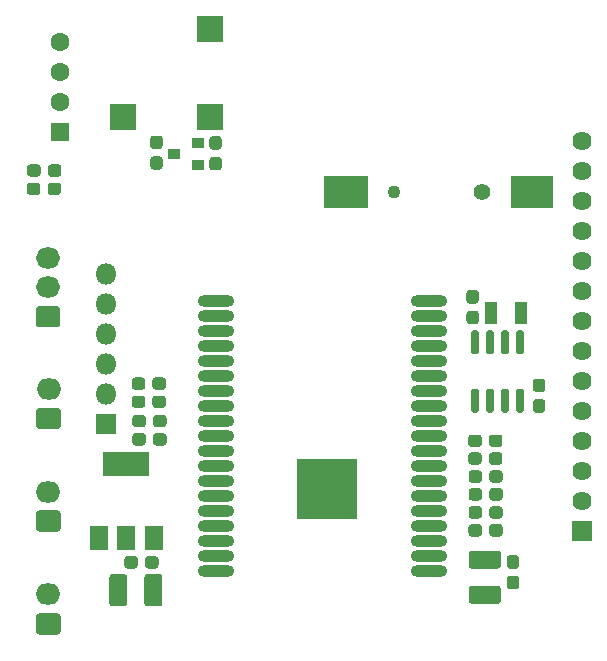
<source format=gbr>
%TF.GenerationSoftware,KiCad,Pcbnew,5.1.6-c6e7f7d~87~ubuntu20.04.1*%
%TF.CreationDate,2021-01-31T19:29:29+07:00*%
%TF.ProjectId,kh-gift-hw,6b682d67-6966-4742-9d68-772e6b696361,rev?*%
%TF.SameCoordinates,Original*%
%TF.FileFunction,Soldermask,Top*%
%TF.FilePolarity,Negative*%
%FSLAX46Y46*%
G04 Gerber Fmt 4.6, Leading zero omitted, Abs format (unit mm)*
G04 Created by KiCad (PCBNEW 5.1.6-c6e7f7d~87~ubuntu20.04.1) date 2021-01-31 19:29:29*
%MOMM*%
%LPD*%
G01*
G04 APERTURE LIST*
%ADD10C,1.624000*%
%ADD11R,1.800000X1.800000*%
%ADD12R,1.100000X1.900000*%
%ADD13C,1.600000*%
%ADD14R,1.600000X1.600000*%
%ADD15R,1.600000X2.100000*%
%ADD16R,3.900000X2.100000*%
%ADD17C,0.900000*%
%ADD18R,5.100000X5.100000*%
%ADD19O,3.100000X1.000000*%
%ADD20O,2.100000X1.800000*%
%ADD21R,1.000000X0.900000*%
%ADD22O,2.050000X1.800000*%
%ADD23O,1.800000X1.800000*%
%ADD24R,2.295000X2.295000*%
%ADD25C,1.400000*%
%ADD26C,1.100000*%
%ADD27R,3.640000X2.700000*%
%ADD28R,3.760000X2.700000*%
G04 APERTURE END LIST*
D10*
%TO.C,J4*%
X117233900Y-128415680D03*
X117233900Y-130955680D03*
X117233900Y-133495680D03*
X117233900Y-136035680D03*
X117233900Y-138575680D03*
X117233900Y-141115680D03*
X117233900Y-143655680D03*
X117233900Y-146195680D03*
X117233900Y-148735680D03*
X117233900Y-151275680D03*
X117233900Y-153815680D03*
X117233900Y-156355680D03*
X117233900Y-158895680D03*
D11*
X117233900Y-161435680D03*
%TD*%
D12*
%TO.C,Y1*%
X109520000Y-142970000D03*
X112020000Y-142970000D03*
%TD*%
%TO.C,U4*%
G36*
G01*
X111791740Y-149376920D02*
X112141740Y-149376920D01*
G75*
G02*
X112316740Y-149551920I0J-175000D01*
G01*
X112316740Y-151251920D01*
G75*
G02*
X112141740Y-151426920I-175000J0D01*
G01*
X111791740Y-151426920D01*
G75*
G02*
X111616740Y-151251920I0J175000D01*
G01*
X111616740Y-149551920D01*
G75*
G02*
X111791740Y-149376920I175000J0D01*
G01*
G37*
G36*
G01*
X110521740Y-149376920D02*
X110871740Y-149376920D01*
G75*
G02*
X111046740Y-149551920I0J-175000D01*
G01*
X111046740Y-151251920D01*
G75*
G02*
X110871740Y-151426920I-175000J0D01*
G01*
X110521740Y-151426920D01*
G75*
G02*
X110346740Y-151251920I0J175000D01*
G01*
X110346740Y-149551920D01*
G75*
G02*
X110521740Y-149376920I175000J0D01*
G01*
G37*
G36*
G01*
X109251740Y-149376920D02*
X109601740Y-149376920D01*
G75*
G02*
X109776740Y-149551920I0J-175000D01*
G01*
X109776740Y-151251920D01*
G75*
G02*
X109601740Y-151426920I-175000J0D01*
G01*
X109251740Y-151426920D01*
G75*
G02*
X109076740Y-151251920I0J175000D01*
G01*
X109076740Y-149551920D01*
G75*
G02*
X109251740Y-149376920I175000J0D01*
G01*
G37*
G36*
G01*
X107981740Y-149376920D02*
X108331740Y-149376920D01*
G75*
G02*
X108506740Y-149551920I0J-175000D01*
G01*
X108506740Y-151251920D01*
G75*
G02*
X108331740Y-151426920I-175000J0D01*
G01*
X107981740Y-151426920D01*
G75*
G02*
X107806740Y-151251920I0J175000D01*
G01*
X107806740Y-149551920D01*
G75*
G02*
X107981740Y-149376920I175000J0D01*
G01*
G37*
G36*
G01*
X107981740Y-144426920D02*
X108331740Y-144426920D01*
G75*
G02*
X108506740Y-144601920I0J-175000D01*
G01*
X108506740Y-146301920D01*
G75*
G02*
X108331740Y-146476920I-175000J0D01*
G01*
X107981740Y-146476920D01*
G75*
G02*
X107806740Y-146301920I0J175000D01*
G01*
X107806740Y-144601920D01*
G75*
G02*
X107981740Y-144426920I175000J0D01*
G01*
G37*
G36*
G01*
X109251740Y-144426920D02*
X109601740Y-144426920D01*
G75*
G02*
X109776740Y-144601920I0J-175000D01*
G01*
X109776740Y-146301920D01*
G75*
G02*
X109601740Y-146476920I-175000J0D01*
G01*
X109251740Y-146476920D01*
G75*
G02*
X109076740Y-146301920I0J175000D01*
G01*
X109076740Y-144601920D01*
G75*
G02*
X109251740Y-144426920I175000J0D01*
G01*
G37*
G36*
G01*
X110521740Y-144426920D02*
X110871740Y-144426920D01*
G75*
G02*
X111046740Y-144601920I0J-175000D01*
G01*
X111046740Y-146301920D01*
G75*
G02*
X110871740Y-146476920I-175000J0D01*
G01*
X110521740Y-146476920D01*
G75*
G02*
X110346740Y-146301920I0J175000D01*
G01*
X110346740Y-144601920D01*
G75*
G02*
X110521740Y-144426920I175000J0D01*
G01*
G37*
G36*
G01*
X111791740Y-144426920D02*
X112141740Y-144426920D01*
G75*
G02*
X112316740Y-144601920I0J-175000D01*
G01*
X112316740Y-146301920D01*
G75*
G02*
X112141740Y-146476920I-175000J0D01*
G01*
X111791740Y-146476920D01*
G75*
G02*
X111616740Y-146301920I0J175000D01*
G01*
X111616740Y-144601920D01*
G75*
G02*
X111791740Y-144426920I175000J0D01*
G01*
G37*
%TD*%
D13*
%TO.C,U3*%
X73030000Y-120040000D03*
X73030000Y-122580000D03*
X73030000Y-125120000D03*
D14*
X73030000Y-127660000D03*
%TD*%
D15*
%TO.C,U2*%
X76338400Y-162037160D03*
X80938400Y-162037160D03*
X78638400Y-162037160D03*
D16*
X78638400Y-155737160D03*
%TD*%
D17*
%TO.C,U1*%
X97637300Y-159912460D03*
D18*
X95647300Y-157892460D03*
D19*
X104237300Y-164822460D03*
X104237300Y-163552460D03*
X104237300Y-162282460D03*
X104237300Y-161012460D03*
X104237300Y-159742460D03*
X104237300Y-158472460D03*
X104237300Y-157202460D03*
X104237300Y-155932460D03*
X104237300Y-154662460D03*
X104237300Y-153392460D03*
X104237300Y-152122460D03*
X104237300Y-150852460D03*
X104237300Y-149582460D03*
X104237300Y-148312460D03*
X104237300Y-147012460D03*
X104237300Y-145742460D03*
X104237300Y-144472460D03*
X104237300Y-143202460D03*
X104237300Y-141932460D03*
X86237300Y-141932460D03*
X86237300Y-143202460D03*
X86237300Y-144472460D03*
X86237300Y-145742460D03*
X86237300Y-147012460D03*
X86207300Y-148312460D03*
X86207300Y-149582460D03*
X86207300Y-150852460D03*
X86207300Y-152122460D03*
X86207300Y-153392460D03*
X86207300Y-154662460D03*
X86207300Y-155932460D03*
X86207300Y-157202460D03*
X86207300Y-158472460D03*
X86207300Y-159742460D03*
X86207300Y-161012460D03*
X86207300Y-162282460D03*
X86207300Y-163552460D03*
X86207300Y-164822460D03*
D17*
X97637300Y-158912460D03*
X97637300Y-157912460D03*
X97637300Y-156912460D03*
X97637300Y-155912460D03*
X96637300Y-155912460D03*
X96637300Y-156912460D03*
X96637300Y-157912460D03*
X96637300Y-158912460D03*
X96637300Y-159912460D03*
X94637300Y-159912460D03*
X94637300Y-158912460D03*
X94637300Y-157912460D03*
X94637300Y-156912460D03*
X94637300Y-155912460D03*
X95637300Y-155912460D03*
X95637300Y-156912460D03*
X95637300Y-157912460D03*
X95637300Y-158912460D03*
X95637300Y-159912460D03*
X93637300Y-155912460D03*
X93637300Y-156912460D03*
X93637300Y-157912460D03*
X93637300Y-158912460D03*
X93637300Y-159912460D03*
%TD*%
D20*
%TO.C,SW2*%
X72040000Y-158090000D03*
G36*
G01*
X72825294Y-161490000D02*
X71254706Y-161490000D01*
G75*
G02*
X70990000Y-161225294I0J264706D01*
G01*
X70990000Y-159954706D01*
G75*
G02*
X71254706Y-159690000I264706J0D01*
G01*
X72825294Y-159690000D01*
G75*
G02*
X73090000Y-159954706I0J-264706D01*
G01*
X73090000Y-161225294D01*
G75*
G02*
X72825294Y-161490000I-264706J0D01*
G01*
G37*
%TD*%
%TO.C,SW1*%
X72050000Y-149400000D03*
G36*
G01*
X72835294Y-152800000D02*
X71264706Y-152800000D01*
G75*
G02*
X71000000Y-152535294I0J264706D01*
G01*
X71000000Y-151264706D01*
G75*
G02*
X71264706Y-151000000I264706J0D01*
G01*
X72835294Y-151000000D01*
G75*
G02*
X73100000Y-151264706I0J-264706D01*
G01*
X73100000Y-152535294D01*
G75*
G02*
X72835294Y-152800000I-264706J0D01*
G01*
G37*
%TD*%
%TO.C,R9*%
G36*
G01*
X108735000Y-155027500D02*
X108735000Y-155552500D01*
G75*
G02*
X108472500Y-155815000I-262500J0D01*
G01*
X107847500Y-155815000D01*
G75*
G02*
X107585000Y-155552500I0J262500D01*
G01*
X107585000Y-155027500D01*
G75*
G02*
X107847500Y-154765000I262500J0D01*
G01*
X108472500Y-154765000D01*
G75*
G02*
X108735000Y-155027500I0J-262500D01*
G01*
G37*
G36*
G01*
X110485000Y-155027500D02*
X110485000Y-155552500D01*
G75*
G02*
X110222500Y-155815000I-262500J0D01*
G01*
X109597500Y-155815000D01*
G75*
G02*
X109335000Y-155552500I0J262500D01*
G01*
X109335000Y-155027500D01*
G75*
G02*
X109597500Y-154765000I262500J0D01*
G01*
X110222500Y-154765000D01*
G75*
G02*
X110485000Y-155027500I0J-262500D01*
G01*
G37*
%TD*%
%TO.C,R8*%
G36*
G01*
X108735000Y-153527500D02*
X108735000Y-154052500D01*
G75*
G02*
X108472500Y-154315000I-262500J0D01*
G01*
X107847500Y-154315000D01*
G75*
G02*
X107585000Y-154052500I0J262500D01*
G01*
X107585000Y-153527500D01*
G75*
G02*
X107847500Y-153265000I262500J0D01*
G01*
X108472500Y-153265000D01*
G75*
G02*
X108735000Y-153527500I0J-262500D01*
G01*
G37*
G36*
G01*
X110485000Y-153527500D02*
X110485000Y-154052500D01*
G75*
G02*
X110222500Y-154315000I-262500J0D01*
G01*
X109597500Y-154315000D01*
G75*
G02*
X109335000Y-154052500I0J262500D01*
G01*
X109335000Y-153527500D01*
G75*
G02*
X109597500Y-153265000I262500J0D01*
G01*
X110222500Y-153265000D01*
G75*
G02*
X110485000Y-153527500I0J-262500D01*
G01*
G37*
%TD*%
%TO.C,R7*%
G36*
G01*
X108755000Y-161107500D02*
X108755000Y-161632500D01*
G75*
G02*
X108492500Y-161895000I-262500J0D01*
G01*
X107867500Y-161895000D01*
G75*
G02*
X107605000Y-161632500I0J262500D01*
G01*
X107605000Y-161107500D01*
G75*
G02*
X107867500Y-160845000I262500J0D01*
G01*
X108492500Y-160845000D01*
G75*
G02*
X108755000Y-161107500I0J-262500D01*
G01*
G37*
G36*
G01*
X110505000Y-161107500D02*
X110505000Y-161632500D01*
G75*
G02*
X110242500Y-161895000I-262500J0D01*
G01*
X109617500Y-161895000D01*
G75*
G02*
X109355000Y-161632500I0J262500D01*
G01*
X109355000Y-161107500D01*
G75*
G02*
X109617500Y-160845000I262500J0D01*
G01*
X110242500Y-160845000D01*
G75*
G02*
X110505000Y-161107500I0J-262500D01*
G01*
G37*
%TD*%
%TO.C,R6*%
G36*
G01*
X80920940Y-129693820D02*
X81445940Y-129693820D01*
G75*
G02*
X81708440Y-129956320I0J-262500D01*
G01*
X81708440Y-130581320D01*
G75*
G02*
X81445940Y-130843820I-262500J0D01*
G01*
X80920940Y-130843820D01*
G75*
G02*
X80658440Y-130581320I0J262500D01*
G01*
X80658440Y-129956320D01*
G75*
G02*
X80920940Y-129693820I262500J0D01*
G01*
G37*
G36*
G01*
X80920940Y-127943820D02*
X81445940Y-127943820D01*
G75*
G02*
X81708440Y-128206320I0J-262500D01*
G01*
X81708440Y-128831320D01*
G75*
G02*
X81445940Y-129093820I-262500J0D01*
G01*
X80920940Y-129093820D01*
G75*
G02*
X80658440Y-128831320I0J262500D01*
G01*
X80658440Y-128206320D01*
G75*
G02*
X80920940Y-127943820I262500J0D01*
G01*
G37*
%TD*%
%TO.C,R5*%
G36*
G01*
X71385000Y-130647500D02*
X71385000Y-131172500D01*
G75*
G02*
X71122500Y-131435000I-262500J0D01*
G01*
X70497500Y-131435000D01*
G75*
G02*
X70235000Y-131172500I0J262500D01*
G01*
X70235000Y-130647500D01*
G75*
G02*
X70497500Y-130385000I262500J0D01*
G01*
X71122500Y-130385000D01*
G75*
G02*
X71385000Y-130647500I0J-262500D01*
G01*
G37*
G36*
G01*
X73135000Y-130647500D02*
X73135000Y-131172500D01*
G75*
G02*
X72872500Y-131435000I-262500J0D01*
G01*
X72247500Y-131435000D01*
G75*
G02*
X71985000Y-131172500I0J262500D01*
G01*
X71985000Y-130647500D01*
G75*
G02*
X72247500Y-130385000I262500J0D01*
G01*
X72872500Y-130385000D01*
G75*
G02*
X73135000Y-130647500I0J-262500D01*
G01*
G37*
%TD*%
%TO.C,R4*%
G36*
G01*
X86454820Y-129145860D02*
X85929820Y-129145860D01*
G75*
G02*
X85667320Y-128883360I0J262500D01*
G01*
X85667320Y-128258360D01*
G75*
G02*
X85929820Y-127995860I262500J0D01*
G01*
X86454820Y-127995860D01*
G75*
G02*
X86717320Y-128258360I0J-262500D01*
G01*
X86717320Y-128883360D01*
G75*
G02*
X86454820Y-129145860I-262500J0D01*
G01*
G37*
G36*
G01*
X86454820Y-130895860D02*
X85929820Y-130895860D01*
G75*
G02*
X85667320Y-130633360I0J262500D01*
G01*
X85667320Y-130008360D01*
G75*
G02*
X85929820Y-129745860I262500J0D01*
G01*
X86454820Y-129745860D01*
G75*
G02*
X86717320Y-130008360I0J-262500D01*
G01*
X86717320Y-130633360D01*
G75*
G02*
X86454820Y-130895860I-262500J0D01*
G01*
G37*
%TD*%
%TO.C,R3*%
G36*
G01*
X108765000Y-158057500D02*
X108765000Y-158582500D01*
G75*
G02*
X108502500Y-158845000I-262500J0D01*
G01*
X107877500Y-158845000D01*
G75*
G02*
X107615000Y-158582500I0J262500D01*
G01*
X107615000Y-158057500D01*
G75*
G02*
X107877500Y-157795000I262500J0D01*
G01*
X108502500Y-157795000D01*
G75*
G02*
X108765000Y-158057500I0J-262500D01*
G01*
G37*
G36*
G01*
X110515000Y-158057500D02*
X110515000Y-158582500D01*
G75*
G02*
X110252500Y-158845000I-262500J0D01*
G01*
X109627500Y-158845000D01*
G75*
G02*
X109365000Y-158582500I0J262500D01*
G01*
X109365000Y-158057500D01*
G75*
G02*
X109627500Y-157795000I262500J0D01*
G01*
X110252500Y-157795000D01*
G75*
G02*
X110515000Y-158057500I0J-262500D01*
G01*
G37*
%TD*%
%TO.C,R2*%
G36*
G01*
X80245000Y-148687500D02*
X80245000Y-149212500D01*
G75*
G02*
X79982500Y-149475000I-262500J0D01*
G01*
X79357500Y-149475000D01*
G75*
G02*
X79095000Y-149212500I0J262500D01*
G01*
X79095000Y-148687500D01*
G75*
G02*
X79357500Y-148425000I262500J0D01*
G01*
X79982500Y-148425000D01*
G75*
G02*
X80245000Y-148687500I0J-262500D01*
G01*
G37*
G36*
G01*
X81995000Y-148687500D02*
X81995000Y-149212500D01*
G75*
G02*
X81732500Y-149475000I-262500J0D01*
G01*
X81107500Y-149475000D01*
G75*
G02*
X80845000Y-149212500I0J262500D01*
G01*
X80845000Y-148687500D01*
G75*
G02*
X81107500Y-148425000I262500J0D01*
G01*
X81732500Y-148425000D01*
G75*
G02*
X81995000Y-148687500I0J-262500D01*
G01*
G37*
%TD*%
%TO.C,R1*%
G36*
G01*
X80295000Y-151857500D02*
X80295000Y-152382500D01*
G75*
G02*
X80032500Y-152645000I-262500J0D01*
G01*
X79407500Y-152645000D01*
G75*
G02*
X79145000Y-152382500I0J262500D01*
G01*
X79145000Y-151857500D01*
G75*
G02*
X79407500Y-151595000I262500J0D01*
G01*
X80032500Y-151595000D01*
G75*
G02*
X80295000Y-151857500I0J-262500D01*
G01*
G37*
G36*
G01*
X82045000Y-151857500D02*
X82045000Y-152382500D01*
G75*
G02*
X81782500Y-152645000I-262500J0D01*
G01*
X81157500Y-152645000D01*
G75*
G02*
X80895000Y-152382500I0J262500D01*
G01*
X80895000Y-151857500D01*
G75*
G02*
X81157500Y-151595000I262500J0D01*
G01*
X81782500Y-151595000D01*
G75*
G02*
X82045000Y-151857500I0J-262500D01*
G01*
G37*
%TD*%
D21*
%TO.C,Q1*%
X82687880Y-129514600D03*
X84687880Y-128564600D03*
X84687880Y-130464600D03*
%TD*%
D22*
%TO.C,J3*%
X71998840Y-138296640D03*
X71998840Y-140796640D03*
G36*
G01*
X72759134Y-144196640D02*
X71238546Y-144196640D01*
G75*
G02*
X70973840Y-143931934I0J264706D01*
G01*
X70973840Y-142661346D01*
G75*
G02*
X71238546Y-142396640I264706J0D01*
G01*
X72759134Y-142396640D01*
G75*
G02*
X73023840Y-142661346I0J-264706D01*
G01*
X73023840Y-143931934D01*
G75*
G02*
X72759134Y-144196640I-264706J0D01*
G01*
G37*
%TD*%
D23*
%TO.C,J2*%
X76880000Y-139670000D03*
X76880000Y-142210000D03*
X76880000Y-144750000D03*
X76880000Y-147290000D03*
X76880000Y-149830000D03*
D11*
X76880000Y-152370000D03*
%TD*%
D20*
%TO.C,J1*%
X72020000Y-166800000D03*
G36*
G01*
X72805294Y-170200000D02*
X71234706Y-170200000D01*
G75*
G02*
X70970000Y-169935294I0J264706D01*
G01*
X70970000Y-168664706D01*
G75*
G02*
X71234706Y-168400000I264706J0D01*
G01*
X72805294Y-168400000D01*
G75*
G02*
X73070000Y-168664706I0J-264706D01*
G01*
X73070000Y-169935294D01*
G75*
G02*
X72805294Y-170200000I-264706J0D01*
G01*
G37*
%TD*%
%TO.C,D1*%
G36*
G01*
X80240000Y-150227500D02*
X80240000Y-150752500D01*
G75*
G02*
X79977500Y-151015000I-262500J0D01*
G01*
X79352500Y-151015000D01*
G75*
G02*
X79090000Y-150752500I0J262500D01*
G01*
X79090000Y-150227500D01*
G75*
G02*
X79352500Y-149965000I262500J0D01*
G01*
X79977500Y-149965000D01*
G75*
G02*
X80240000Y-150227500I0J-262500D01*
G01*
G37*
G36*
G01*
X81990000Y-150227500D02*
X81990000Y-150752500D01*
G75*
G02*
X81727500Y-151015000I-262500J0D01*
G01*
X81102500Y-151015000D01*
G75*
G02*
X80840000Y-150752500I0J262500D01*
G01*
X80840000Y-150227500D01*
G75*
G02*
X81102500Y-149965000I262500J0D01*
G01*
X81727500Y-149965000D01*
G75*
G02*
X81990000Y-150227500I0J-262500D01*
G01*
G37*
%TD*%
%TO.C,C12*%
G36*
G01*
X113317500Y-150265000D02*
X113842500Y-150265000D01*
G75*
G02*
X114105000Y-150527500I0J-262500D01*
G01*
X114105000Y-151152500D01*
G75*
G02*
X113842500Y-151415000I-262500J0D01*
G01*
X113317500Y-151415000D01*
G75*
G02*
X113055000Y-151152500I0J262500D01*
G01*
X113055000Y-150527500D01*
G75*
G02*
X113317500Y-150265000I262500J0D01*
G01*
G37*
G36*
G01*
X113317500Y-148515000D02*
X113842500Y-148515000D01*
G75*
G02*
X114105000Y-148777500I0J-262500D01*
G01*
X114105000Y-149402500D01*
G75*
G02*
X113842500Y-149665000I-262500J0D01*
G01*
X113317500Y-149665000D01*
G75*
G02*
X113055000Y-149402500I0J262500D01*
G01*
X113055000Y-148777500D01*
G75*
G02*
X113317500Y-148515000I262500J0D01*
G01*
G37*
%TD*%
%TO.C,C11*%
G36*
G01*
X108222500Y-142175000D02*
X107697500Y-142175000D01*
G75*
G02*
X107435000Y-141912500I0J262500D01*
G01*
X107435000Y-141287500D01*
G75*
G02*
X107697500Y-141025000I262500J0D01*
G01*
X108222500Y-141025000D01*
G75*
G02*
X108485000Y-141287500I0J-262500D01*
G01*
X108485000Y-141912500D01*
G75*
G02*
X108222500Y-142175000I-262500J0D01*
G01*
G37*
G36*
G01*
X108222500Y-143925000D02*
X107697500Y-143925000D01*
G75*
G02*
X107435000Y-143662500I0J262500D01*
G01*
X107435000Y-143037500D01*
G75*
G02*
X107697500Y-142775000I262500J0D01*
G01*
X108222500Y-142775000D01*
G75*
G02*
X108485000Y-143037500I0J-262500D01*
G01*
X108485000Y-143662500D01*
G75*
G02*
X108222500Y-143925000I-262500J0D01*
G01*
G37*
%TD*%
%TO.C,C10*%
G36*
G01*
X71365000Y-132197500D02*
X71365000Y-132722500D01*
G75*
G02*
X71102500Y-132985000I-262500J0D01*
G01*
X70477500Y-132985000D01*
G75*
G02*
X70215000Y-132722500I0J262500D01*
G01*
X70215000Y-132197500D01*
G75*
G02*
X70477500Y-131935000I262500J0D01*
G01*
X71102500Y-131935000D01*
G75*
G02*
X71365000Y-132197500I0J-262500D01*
G01*
G37*
G36*
G01*
X73115000Y-132197500D02*
X73115000Y-132722500D01*
G75*
G02*
X72852500Y-132985000I-262500J0D01*
G01*
X72227500Y-132985000D01*
G75*
G02*
X71965000Y-132722500I0J262500D01*
G01*
X71965000Y-132197500D01*
G75*
G02*
X72227500Y-131935000I262500J0D01*
G01*
X72852500Y-131935000D01*
G75*
G02*
X73115000Y-132197500I0J-262500D01*
G01*
G37*
%TD*%
%TO.C,C7*%
G36*
G01*
X109360420Y-160113880D02*
X109360420Y-159588880D01*
G75*
G02*
X109622920Y-159326380I262500J0D01*
G01*
X110247920Y-159326380D01*
G75*
G02*
X110510420Y-159588880I0J-262500D01*
G01*
X110510420Y-160113880D01*
G75*
G02*
X110247920Y-160376380I-262500J0D01*
G01*
X109622920Y-160376380D01*
G75*
G02*
X109360420Y-160113880I0J262500D01*
G01*
G37*
G36*
G01*
X107610420Y-160113880D02*
X107610420Y-159588880D01*
G75*
G02*
X107872920Y-159326380I262500J0D01*
G01*
X108497920Y-159326380D01*
G75*
G02*
X108760420Y-159588880I0J-262500D01*
G01*
X108760420Y-160113880D01*
G75*
G02*
X108497920Y-160376380I-262500J0D01*
G01*
X107872920Y-160376380D01*
G75*
G02*
X107610420Y-160113880I0J262500D01*
G01*
G37*
%TD*%
%TO.C,C6*%
G36*
G01*
X109356780Y-157078660D02*
X109356780Y-156553660D01*
G75*
G02*
X109619280Y-156291160I262500J0D01*
G01*
X110244280Y-156291160D01*
G75*
G02*
X110506780Y-156553660I0J-262500D01*
G01*
X110506780Y-157078660D01*
G75*
G02*
X110244280Y-157341160I-262500J0D01*
G01*
X109619280Y-157341160D01*
G75*
G02*
X109356780Y-157078660I0J262500D01*
G01*
G37*
G36*
G01*
X107606780Y-157078660D02*
X107606780Y-156553660D01*
G75*
G02*
X107869280Y-156291160I262500J0D01*
G01*
X108494280Y-156291160D01*
G75*
G02*
X108756780Y-156553660I0J-262500D01*
G01*
X108756780Y-157078660D01*
G75*
G02*
X108494280Y-157341160I-262500J0D01*
G01*
X107869280Y-157341160D01*
G75*
G02*
X107606780Y-157078660I0J262500D01*
G01*
G37*
%TD*%
%TO.C,C5*%
G36*
G01*
X80890360Y-153927420D02*
X80890360Y-153402420D01*
G75*
G02*
X81152860Y-153139920I262500J0D01*
G01*
X81777860Y-153139920D01*
G75*
G02*
X82040360Y-153402420I0J-262500D01*
G01*
X82040360Y-153927420D01*
G75*
G02*
X81777860Y-154189920I-262500J0D01*
G01*
X81152860Y-154189920D01*
G75*
G02*
X80890360Y-153927420I0J262500D01*
G01*
G37*
G36*
G01*
X79140360Y-153927420D02*
X79140360Y-153402420D01*
G75*
G02*
X79402860Y-153139920I262500J0D01*
G01*
X80027860Y-153139920D01*
G75*
G02*
X80290360Y-153402420I0J-262500D01*
G01*
X80290360Y-153927420D01*
G75*
G02*
X80027860Y-154189920I-262500J0D01*
G01*
X79402860Y-154189920D01*
G75*
G02*
X79140360Y-153927420I0J262500D01*
G01*
G37*
%TD*%
%TO.C,C4*%
G36*
G01*
X78717500Y-165332544D02*
X78717500Y-167547456D01*
G75*
G02*
X78449956Y-167815000I-267544J0D01*
G01*
X77460044Y-167815000D01*
G75*
G02*
X77192500Y-167547456I0J267544D01*
G01*
X77192500Y-165332544D01*
G75*
G02*
X77460044Y-165065000I267544J0D01*
G01*
X78449956Y-165065000D01*
G75*
G02*
X78717500Y-165332544I0J-267544D01*
G01*
G37*
G36*
G01*
X81692500Y-165332544D02*
X81692500Y-167547456D01*
G75*
G02*
X81424956Y-167815000I-267544J0D01*
G01*
X80435044Y-167815000D01*
G75*
G02*
X80167500Y-167547456I0J267544D01*
G01*
X80167500Y-165332544D01*
G75*
G02*
X80435044Y-165065000I267544J0D01*
G01*
X81424956Y-165065000D01*
G75*
G02*
X81692500Y-165332544I0J-267544D01*
G01*
G37*
%TD*%
%TO.C,C3*%
G36*
G01*
X79610000Y-163817500D02*
X79610000Y-164342500D01*
G75*
G02*
X79347500Y-164605000I-262500J0D01*
G01*
X78722500Y-164605000D01*
G75*
G02*
X78460000Y-164342500I0J262500D01*
G01*
X78460000Y-163817500D01*
G75*
G02*
X78722500Y-163555000I262500J0D01*
G01*
X79347500Y-163555000D01*
G75*
G02*
X79610000Y-163817500I0J-262500D01*
G01*
G37*
G36*
G01*
X81360000Y-163817500D02*
X81360000Y-164342500D01*
G75*
G02*
X81097500Y-164605000I-262500J0D01*
G01*
X80472500Y-164605000D01*
G75*
G02*
X80210000Y-164342500I0J262500D01*
G01*
X80210000Y-163817500D01*
G75*
G02*
X80472500Y-163555000I262500J0D01*
G01*
X81097500Y-163555000D01*
G75*
G02*
X81360000Y-163817500I0J-262500D01*
G01*
G37*
%TD*%
%TO.C,C2*%
G36*
G01*
X107882544Y-166062500D02*
X110097456Y-166062500D01*
G75*
G02*
X110365000Y-166330044I0J-267544D01*
G01*
X110365000Y-167319956D01*
G75*
G02*
X110097456Y-167587500I-267544J0D01*
G01*
X107882544Y-167587500D01*
G75*
G02*
X107615000Y-167319956I0J267544D01*
G01*
X107615000Y-166330044D01*
G75*
G02*
X107882544Y-166062500I267544J0D01*
G01*
G37*
G36*
G01*
X107882544Y-163087500D02*
X110097456Y-163087500D01*
G75*
G02*
X110365000Y-163355044I0J-267544D01*
G01*
X110365000Y-164344956D01*
G75*
G02*
X110097456Y-164612500I-267544J0D01*
G01*
X107882544Y-164612500D01*
G75*
G02*
X107615000Y-164344956I0J267544D01*
G01*
X107615000Y-163355044D01*
G75*
G02*
X107882544Y-163087500I267544J0D01*
G01*
G37*
%TD*%
%TO.C,C1*%
G36*
G01*
X111107500Y-165220000D02*
X111632500Y-165220000D01*
G75*
G02*
X111895000Y-165482500I0J-262500D01*
G01*
X111895000Y-166107500D01*
G75*
G02*
X111632500Y-166370000I-262500J0D01*
G01*
X111107500Y-166370000D01*
G75*
G02*
X110845000Y-166107500I0J262500D01*
G01*
X110845000Y-165482500D01*
G75*
G02*
X111107500Y-165220000I262500J0D01*
G01*
G37*
G36*
G01*
X111107500Y-163470000D02*
X111632500Y-163470000D01*
G75*
G02*
X111895000Y-163732500I0J-262500D01*
G01*
X111895000Y-164357500D01*
G75*
G02*
X111632500Y-164620000I-262500J0D01*
G01*
X111107500Y-164620000D01*
G75*
G02*
X110845000Y-164357500I0J262500D01*
G01*
X110845000Y-163732500D01*
G75*
G02*
X111107500Y-163470000I262500J0D01*
G01*
G37*
%TD*%
D24*
%TO.C,BZ1*%
X78350000Y-126340000D03*
X85750000Y-126340000D03*
X85750000Y-118940000D03*
%TD*%
D25*
%TO.C,BT1*%
X108784720Y-132700320D03*
D26*
X101284720Y-132700320D03*
D27*
X113014720Y-132700320D03*
D28*
X97214720Y-132700320D03*
%TD*%
M02*

</source>
